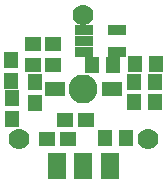
<source format=gbr>
G04 EasyPC Gerber Version 20.0.2 Build 4112 *
G04 #@! TF.Part,Single*
G04 #@! TF.FileFunction,Soldermask,Top *
%FSLAX25Y25*%
%MOIN*%
G04 #@! TA.AperFunction,SMDPad*
%ADD75R,0.06200X0.03200*%
%ADD29R,0.04937X0.05291*%
%ADD27R,0.04940X0.05330*%
%ADD74R,0.05291X0.04937*%
%ADD28R,0.06906X0.04937*%
%ADD72R,0.05330X0.04940*%
%ADD73R,0.06000X0.09000*%
G04 #@! TA.AperFunction,WasherPad*
%ADD26C,0.07000*%
%ADD25C,0.09700*%
X0Y0D02*
D02*
D25*
X31500Y33050D03*
D02*
D26*
X10100Y16550D03*
X31500Y57850D03*
X53100Y16650D03*
D02*
D27*
X34400Y41050D03*
X38700Y16750D03*
X41400Y41050D03*
X45700Y16750D03*
X48500Y28950D03*
Y35450D03*
X48600Y41450D03*
X55500Y28950D03*
Y35450D03*
X55600Y41450D03*
D02*
D28*
X21903Y33046D03*
X41103D03*
D02*
D29*
X7500Y35950D03*
Y42950D03*
X7600Y23250D03*
Y30250D03*
X15400Y28350D03*
Y35350D03*
D02*
D72*
X14600Y41150D03*
Y48150D03*
X21300Y41150D03*
Y48150D03*
D02*
D73*
X22600Y7550D03*
X31400Y7450D03*
X40500Y7650D03*
D02*
D74*
X19300Y16550D03*
X25300Y22750D03*
X26300Y16550D03*
X32300Y22750D03*
D02*
D75*
X31801Y45410D03*
Y49150D03*
Y52890D03*
X42599Y45410D03*
Y52890D03*
X0Y0D02*
M02*

</source>
